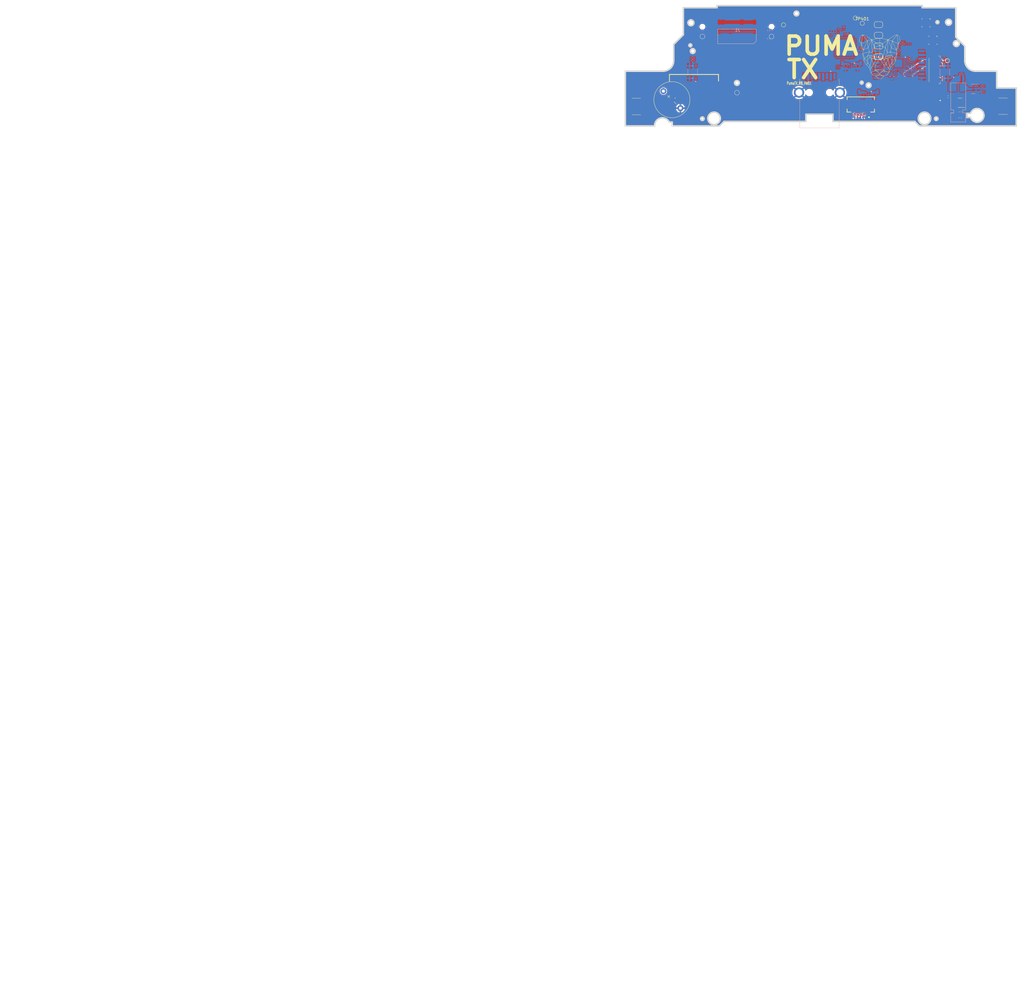
<source format=kicad_pcb>
(kicad_pcb (version 20240108) (generator "pcbnew") (generator_version "8.0")
  (layers (0 "F.Cu" signal) (1 "In1.Cu" power) (2 "In2.Cu" power) (31 "B.Cu" signal) (34 "B.Paste" user) (35 "F.Paste" user) (36 "B.SilkS" user "B.Silkscreen") (37 "F.SilkS" user "F.Silkscreen") (38 "B.Mask" user) (39 "F.Mask" user) (44 "Edge.Cuts" user))
  (net 0 "")
  (net 1 "GND")
  (net 2 "+3V3")
  (net 3 "/PUMATX_CHIP_PU")
  (net 4 "/PUMATX_SDA")
  (net 5 "/PUMATX_SCL")
  (net 6 "/ELRS_CHIP_PU")
  (net 7 "/DISPLAY_SDA")
  (net 8 "/DISPLAY_SCL")
  (net 9 "/AUX_EN")
  (net 14 "/LEFT_POT")
  (net 19 "/SPORT")
  (net 23 "/RIGHT_POT")
  (net 24 "VBUS")
  (net 25 "/PUMATX_GPIO0")
  (net 26 "/ELRS_GPIO0")
  (net 27 "/C1")
  (net 28 "/C2")
  (net 29 "/V_PA")
  (net 30 "/V_DCC")
  (net 31 "/BATTERY_WHITE")
  (net 32 "-3V3")
  (net 33 "/TX_ELRS_DEBUG")
  (net 34 "/RX_ELRS_DEBUG")
  (net 35 "/TX_PUMATX_DEBUG")
  (net 36 "/RX_PUMATX_DEBUG")
  (net 37 "/V_DCC2")
  (net 38 "/RIGHT")
  (net 39 "/LEFT")
  (net 40 "/UP")
  (net 41 "/DOWN")
  (net 42 "/ON_OFF")
  (net 43 "/BUZZER_PWM")
  (net 44 "/FAN_PWM")
  (net 45 "/HAPTIC_PWM")
  (net 46 "/CRSF")
  (net 47 "/RECORD")
  (net 48 "/LED")
  (net 49 "/DISPLAY_BACKLIGHT")
  (net 50 "/OK")
  (net 51 "/PAUSE")
  (net 52 "/RTH")
  (net 53 "/PHOTO")
  (net 61 "/TX_EN")
  (net 62 "/RX_EN")
  (net 63 "/NRESET")
  (net 66 "/DIO2")
  (net 67 "/DIO1")
  (net 76 "/NSS")
  (net 77 "/SCK")
  (net 78 "/MOSI")
  (net 79 "/MISO")
  (net 81 "/BUSY")
  (net 82 "/XTA")
  (net 85 "/XTB")
  (net 88 "/BATTERY_TEMP")
  (net 90 "Net-(J104-SSRX-)")
  (net 91 "/D+")
  (net 92 "/D-")
  (net 93 "/SX1280_3V3")
  (net 94 "/FAN_LS")
  (net 95 "/HAPTIC_LS")
  (net 96 "/HAPTIC_G")
  (net 97 "/FAN_G")
  (net 98 "/DISPLAY_DECOUPLE_2")
  (net 99 "/VBAT")
  (net 100 "Net-(J104-D+)")
  (net 101 "/VSYS")
  (net 102 "Net-(J104-SSRX+)")
  (net 103 "/VDD_SDIO_ELRS")
  (net 104 "/50_ESP_ELRS_ANT_2")
  (net 105 "/50_ESP_ELRS_ANT_1")
  (net 106 "/50_ELRS_ANT_1")
  (net 107 "/50_ELRS_ANT_2")
  (net 108 "/50_ELRS_ANT_3")
  (net 109 "/50_ELRS_ANT_4")
  (net 110 "/DISPLAY_DECOUPLE_1")
  (net 111 "Net-(J104-D-)")
  (net 112 "Net-(U410-NSS_CTS)")
  (net 113 "Net-(U410-SCK_RSTN)")
  (net 114 "Net-(U410-MOSI_RX)")
  (net 115 "Net-(U410-MISO_TX)")
  (net 116 "Net-(U410-NRESET)")
  (footprint "Capacitor_SMD:C_0402_1005Metric" (layer "F.Cu") (at 160.92 120.4)
    (property "Reference" "C102" (hide yes))
    (property "Value" "1n")
  )
  (footprint "Component_lib:u.fl" (layer "F.Cu") (at 181.4 88.9 -90)
    (property "Reference" "J400" (hide yes))
    (property "Value" "U.FL-R-SMT-1_40_")
  )
  (footprint "Capacitor_SMD:C_0201_0603Metric" (layer "F.Cu") (at 129.8 94.3 90)
    (property "Reference" "R302" (hide yes))
    (property "Value" "2k2")
  )
  (footprint "Component_lib:GL200A_BUZZER" (layer "F.Cu") (at 96.871573 114.471573 -45)
    (property "Reference" "BZ100" (hide yes))
    (property "Value" "Buzzer")
  )
  (footprint "Jumper:SolderJumper-2_P1.3mm_Open_RoundedPad1.0x1.5mm" (layer "F.Cu") (at 165.6 93.05)
    (property "Reference" "JP2" (hide yes))
    (property "Value" "Jumper_2_Small_Open")
  )
  (footprint "Jumper:SolderJumper-2_P1.3mm_Open_RoundedPad1.0x1.5mm" (layer "F.Cu") (at 165.6 89.5)
    (property "Reference" "JP1" (hide yes))
    (property "Value" "Jumper_2_Small_Open")
  )
  (footprint "Jumper:SolderJumper-2_P1.3mm_Open_RoundedPad1.0x1.5mm" (layer "F.Cu") (at 165.6 96.6)
    (property "Reference" "JP3" (hide yes))
    (property "Value" "Jumper_2_Small_Open")
  )
  (footprint "Component_lib:FH12-12S-0.5SH_55_" (layer "F.Cu") (at 159.7 118.6 180)
    (property "Reference" "J101" (hide yes))
    (property "Value" "FH12-12S-0.5SH_55_" (hide yes))
  )
  (footprint "Capacitor_SMD:C_0402_1005Metric" (layer "F.Cu") (at 192.75 120.5 -90)
    (property "Reference" "R140" (hide yes))
    (property "Value" "10k")
  )
  (footprint "Component_lib:S1GHE" (layer "F.Cu") (at 188.25 114.75)
    (property "Reference" "D140" (hide yes))
    (property "Value" "S1GHE" (hide yes))
  )
  (footprint "Component_lib:FH12A26S05SH55" (layer "F.Cu") (at 104.2 109.5)
    (property "Reference" "J100" (hide yes))
    (property "Value" "FH12A-26S-0.5SH_55_" (hide yes))
  )
  (footprint "TestPoint:TestPoint_Pad_D1.0mm" (layer "F.Cu") (at 134 89.6)
    (property "Reference" "TP302" (hide yes))
    (property "Value" "CRSF")
  )
  (footprint "Component_lib:533980667" (layer "F.Cu") (at 184.25 104.575 90)
    (property "Reference" "J105" (hide yes))
    (property "Value" "53398-0667" (hide yes))
  )
  (footprint "Capacitor_SMD:C_0201_0603Metric" (layer "F.Cu") (at 129.8 91.48 -90)
    (property "Reference" "R301" (hide yes))
    (property "Value" "2k2")
  )
  (footprint "Component_lib:5003340160" (layer "F.Cu") (at 85.05 116.75 90)
    (property "Reference" "J102" (hide yes))
    (property "Value" "500334-0160" (hide yes))
  )
  (footprint "Component_lib:SM02B-SURS-TF" (layer "F.Cu") (at 188.45 117.05)
    (property "Reference" "M140" (hide yes))
    (property "Value" "Fan")
  )
  (footprint "Jumper:SolderJumper-2_P1.3mm_Open_RoundedPad1.0x1.5mm" (layer "F.Cu") (at 165.6 100.15)
    (property "Reference" "JP4" (hide yes))
    (property "Value" "Jumper_2_Small_Open")
  )
  (footprint "Package_TO_SOT_SMD:SOT-23" (layer "F.Cu") (at 192.6875 115.5 180)
    (property "Reference" "Q140" (hide yes))
    (property "Value" "ZXMN3B01F")
  )
  (footprint "Component_lib:u.fl" (layer "F.Cu") (at 183.7 94.7 -90)
    (property "Reference" "J410" (hide yes))
    (property "Value" "U.FL-R-SMT-1_40_")
  )
  (footprint "TestPoint:TestPoint_Pad_D1.0mm" (layer "F.Cu") (at 188.5 101.5)
    (property "Reference" "TP105" (hide yes))
    (property "Value" "BAT_WHITE")
  )
  (footprint "Component_lib:5003340160" (layer "F.Cu") (at 207.05 116.65 90)
    (property "Reference" "J103" (hide yes))
    (property "Value" "500334-0160" (hide yes))
  )
  (footprint "Component_lib:puma_logo_14mm" (layer "F.Cu") (at 166 100.2)
    (property "Reference" "G***" (hide yes))
    (property "Value" "LOGO" (hide yes))
  )
  (footprint "TestPoint:TestPoint_Pad_D1.0mm" (layer "F.Cu") (at 157.9 87.3)
    (property "Reference" "TP400" (hide yes))
    (property "Value" "ELRS_CHIP_PU")
  )
  (footprint "TestPoint:TestPoint_Pad_D1.0mm" (layer "F.Cu") (at 160.2 89.05)
    (property "Reference" "TP401")
    (property "Value" "VDD_SDIO")
  )
  (footprint "Capacitor_SMD:C_0402_1005Metric" (layer "F.Cu") (at 157.22 120.4)
    (property "Reference" "C101" (hide yes))
    (property "Value" "2n2")
  )
  (footprint "Capacitor_SMD:C_0402_1005Metric" (layer "F.Cu") (at 129.1 91.48 90)
    (property "Reference" "C301" (hide yes))
    (property "Value" "15u")
  )
  (footprint "Capacitor_SMD:C_0402_1005Metric" (layer "F.Cu") (at 188.73 113.5 180)
    (property "Reference" "C140" (hide yes))
    (property "Value" "100n")
  )
  (footprint "Capacitor_SMD:C_0402_1005Metric" (layer "F.Cu") (at 192.75 118.52 -90)
    (property "Reference" "R141" (hide yes))
    (property "Value" "180")
  )
  (footprint "Capacitor_SMD:C_0402_1005Metric" (layer "F.Cu") (at 159.08 120.4 180)
    (property "Reference" "C103" (hide yes))
    (property "Value" "15u")
  )
  (footprint "Capacitor_SMD:C_0402_1005Metric" (layer "F.Cu") (at 129.1 94.2 -90)
    (property "Reference" "C302" (hide yes))
    (property "Value" "15u")
  )
  (footprint "Component_lib:FH12A26S05SH55" (layer "F.Cu") (at 104.2 109.5)
    (property "Reference" "J100" (hide yes))
    (property "Value" "FH12A-26S-0.5SH_55_" (hide yes))
  )
  (footprint "Capacitor_SMD:C_0402_1005Metric" (layer "B.Cu") (at 172.445 98.1 90)
    (property "Reference" "L411" (hide yes))
    (property "Value" "3n")
  )
  (footprint "Capacitor_SMD:C_0201_0603Metric" (layer "B.Cu") (at 167.695 100.25 180)
    (property "Reference" "R410" (hide yes))
    (property "Value" "1k")
  )
  (footprint "Component_lib:GL200A_HAPTIC_MOTOR" (layer "B.Cu") (at 189.595 108.895)
    (property "Reference" "M130" (hide yes))
    (property "Value" "Motor_DC")
  )
  (footprint "Component_lib:S1GHE" (layer "B.Cu") (at 192.691 107.05)
    (property "Reference" "D130" (hide yes))
    (property "Value" "S1GHE" (hide yes))
  )
  (footprint "Component_lib:SKRPABE010" (layer "B.Cu") (at 103.8 105.3 90)
    (property "Reference" "S110" (hide yes))
    (property "Value" "SKRPABE010" (hide yes))
  )
  (footprint "Package_TO_SOT_SMD:SOT-23" (layer "B.Cu") (at 197.1 110.9 180)
    (property "Reference" "Q130" (hide yes))
    (property "Value" "ZXMN3B01F")
  )
  (footprint "Capacitor_SMD:C_0201_0603Metric" (layer "B.Cu") (at 167.695 102.05 180)
    (property "Reference" "R413" (hide yes))
    (property "Value" "1k")
  )
  (footprint "Capacitor_SMD:C_0201_0603Metric" (layer "B.Cu") (at 151.75 103.65 90)
    (property "Reference" "R512" (hide yes))
    (property "Value" "0")
  )
  (footprint "Capacitor_SMD:C_0402_1005Metric" (layer "B.Cu") (at 171.445 106.75 -90)
    (property "Reference" "C418" (hide yes))
    (property "Value" "100n")
  )
  (footprint "Capacitor_SMD:C_0402_1005Metric" (layer "B.Cu") (at 161.15 94.2 -90)
    (property "Reference" "C401" (hide yes))
    (property "Value" "1u")
  )
  (footprint "Capacitor_SMD:C_0402_1005Metric" (layer "B.Cu") (at 200.2 111.8 180)
    (property "Reference" "R130" (hide yes))
    (property "Value" "10k")
  )
  (footprint "Capacitor_SMD:C_0805_2012Metric" (layer "B.Cu") (at 168.345 105.1 90)
    (property "Reference" "L414" (hide yes))
    (property "Value" "15u")
  )
  (footprint "Capacitor_SMD:C_0201_0603Metric" (layer "B.Cu") (at 173.645 95.2)
    (property "Reference" "C414" (hide yes))
    (property "Value" "0p5")
  )
  (footprint "Component_lib:PSoM_ESP32S2_00" (layer "B.Cu") (at 118.52 93.45)
    (property "Reference" "J1")
    (property "Value" "PSoM_ESP32S2_Carrier_Board")
    (fp_circle (center -11.5 0) (end -10.700001 0) (stroke (width 0.12)) (fill none) (layer "Edge.Cuts"))
    (fp_circle (center 0 18.7) (end 0.8 18.7) (stroke (width 0.12)) (fill none) (layer "Edge.Cuts"))
    (fp_circle (center 11.5 0) (end 12.299999 0) (stroke (width 0.12)) (fill none) (layer "Edge.Cuts"))
  )
  (footprint "Capacitor_SMD:C_0201_0603Metric" (layer "B.Cu") (at 152.45 103.65 90)
    (property "Reference" "R511" (hide yes))
    (property "Value" "0")
  )
  (footprint "Capacitor_SMD:C_0402_1005Metric" (layer "B.Cu") (at 187.5 100.8 180)
    (property "Reference" "C120" (hide yes))
    (property "Value" "100n")
  )
  (footprint "Capacitor_SMD:C_0603_1608Metric" (layer "B.Cu") (at 169.995 106.75 -90)
    (property "Reference" "C419" (hide yes))
    (property "Value" "470n")
  )
  (footprint "Capacitor_SMD:C_0201_0603Metric" (layer "B.Cu") (at 174.845 95.65 90)
    (property "Reference" "C412" (hide yes))
    (property "Value" "1p2")
  )
  (footprint "Capacitor_SMD:C_0402_1005Metric" (layer "B.Cu") (at 175.895 100.5)
    (property "Reference" "C415" (hide yes))
    (property "Value" "10n")
  )
  (footprint "Capacitor_SMD:C_0603_1608Metric" (layer "B.Cu") (at 160.25 112.85 -90)
    (property "Reference" "C530" (hide yes))
    (property "Value" "2u2")
  )
  (footprint "Component_lib:ESP32-PICO-D4_1" (layer "B.Cu") (at 154.5 97.15 -90)
    (property "Reference" "U400" (hide yes))
    (property "Value" "ESP32-PICO-D4" (hide yes))
  )
  (footprint "Component_lib:SKRPABE010" (layer "B.Cu") (at 187.65 105.3 -90)
    (property "Reference" "S120" (hide yes))
    (property "Value" "SKRPABE010" (hide yes))
  )
  (footprint "Capacitor_SMD:C_0402_1005Metric" (layer "B.Cu") (at 160.6 119.7 -90)
    (property "Reference" "C304" (hide yes))
    (property "Value" "15u")
  )
  (footprint "Capacitor_SMD:C_0201_0603Metric" (layer "B.Cu") (at 159.6 119.7 90)
    (property "Reference" "R304" (hide yes))
    (property "Value" "2k2")
  )
  (footprint "Capacitor_SMD:C_0201_0603Metric" (layer "B.Cu") (at 175.845 95.95)
    (property "Reference" "C413" (hide yes))
    (property "Value" "100p")
  )
  (footprint "Component_lib:SON40P120X120X60-7N-D" (layer "B.Cu") (at 156.65 103.325 180)
    (property "Reference" "U520" (hide yes))
    (property "Value" "MIC5528-3.3YMT-T5" (hide yes))
  )
  (footprint "Capacitor_SMD:C_0402_1005Metric" (layer "B.Cu") (at 173.645 95.95)
    (property "Reference" "L412" (hide yes))
    (property "Value" "2n5")
  )
  (footprint "Capacitor_SMD:C_0402_1005Metric" (layer "B.Cu") (at 103.8 100.6)
    (property "Reference" "C110" (hide yes))
    (property "Value" "100n")
  )
  (footprint "Capacitor_SMD:C_0603_1608Metric" (layer "B.Cu") (at 154.65 103.325 -90)
    (property "Reference" "C520" (hide yes))
    (property "Value" "2u2")
  )
  (footprint "Capacitor_SMD:C_0201_0603Metric" (layer "B.Cu") (at 167.695 100.85 180)
    (property "Reference" "R411" (hide yes))
    (property "Value" "1k")
  )
  (footprint "Component_lib:SON40P120X120X60-7N-D" (layer "B.Cu") (at 162.25 112.825 180)
    (property "Reference" "U530" (hide yes))
    (property "Value" "MIC5528-3.3YMT-T5" (hide yes))
  )
  (footprint "Capacitor_SMD:C_0402_1005Metric" (layer "B.Cu") (at 103.8 101.5)
    (property "Reference" "R110" (hide yes))
    (property "Value" "4k7")
  )
  (footprint "Capacitor_SMD:C_0402_1005Metric" (layer "B.Cu") (at 200.2 110)
    (property "Reference" "R131" (hide yes))
    (property "Value" "180")
  )
  (footprint "Capacitor_SMD:C_0402_1005Metric" (layer "B.Cu") (at 149.8 92.65 90)
    (property "Reference" "C450" (hide yes))
    (property "Value" "100n")
  )
  (footprint "Capacitor_SMD:C_0402_1005Metric" (layer "B.Cu") (at 159.7 97.75 -90)
    (property "Reference" "C451" (hide yes))
    (property "Value" "1u")
  )
  (footprint "Capacitor_SMD:C_0603_1608Metric" (layer "B.Cu") (at 164.25 112.85 -90)
    (property "Reference" "C531" (hide yes))
    (property "Value" "2u2")
  )
  (footprint "Capacitor_SMD:C_0201_0603Metric" (layer "B.Cu") (at 151.9 92.05 180)
    (property "Reference" "C406" (hide yes))
    (property "Value" "C")
  )
  (footprint "Capacitor_SMD:C_0402_1005Metric" (layer "B.Cu") (at 152.75 91.1 180)
    (property "Reference" "L400" (hide yes))
    (property "Value" "L")
  )
  (footprint "Capacitor_SMD:C_0402_1005Metric" (layer "B.Cu") (at 167.845 102.8 180)
    (property "Reference" "C420" (hide yes))
    (property "Value" "100n")
  )
  (footprint "Capacitor_SMD:C_0402_1005Metric" (layer "B.Cu") (at 154.9 92.75)
    (property "Reference" "C452" (hide yes))
    (property "Value" "10u")
  )
  (footprint "Capacitor_SMD:C_0402_1005Metric" (layer "B.Cu") (at 193.15 105.85 180)
    (property "Reference" "C130" (hide yes))
    (property "Value" "100n")
  )
  (footprint "Component_lib:NX2016SA32MEXS00ACS06465" (layer "B.Cu") (at 176.095 104.05 90)
    (property "Reference" "Y410" (hide yes))
    (property "Value" "NX2016SA-52MHZ-EXS00A-CS06016" (hide yes))
  )
  (footprint "Capacitor_SMD:C_0402_1005Metric" (layer "B.Cu") (at 187.5 101.9 180)
    (property "Reference" "R120" (hide yes))
    (property "Value" "4k7")
  )
  (footprint "Capacitor_SMD:C_0402_1005Metric" (layer "B.Cu") (at 157.6 119.7 -90)
    (property "Reference" "C303" (hide yes))
    (property "Value" "15u")
  )
  (footprint "Capacitor_SMD:C_0201_0603Metric" (layer "B.Cu") (at 158.6 119.7 90)
    (property "Reference" "R303" (hide yes))
    (property "Value" "2k2")
  )
  (footprint "Capacitor_SMD:C_0201_0603Metric" (layer "B.Cu") (at 167.695 101.45 180)
    (property "Reference" "R412" (hide yes))
    (property "Value" "1k")
  )
  (footprint "Capacitor_SMD:C_0201_0603Metric" (layer "B.Cu") (at 160.15 94.2 90)
    (property "Reference" "R401" (hide yes))
    (property "Value" "10k")
  )
  (footprint "Capacitor_SMD:C_0201_0603Metric" (layer "B.Cu") (at 176.995 102.1 180)
    (property "Reference" "R414" (hide yes))
    (property "Value" "1k")
  )
  (footprint "Capacitor_SMD:C_0201_0603Metric" (layer "B.Cu") (at 154.1 90.75 90)
    (property "Reference" "C407" (hide yes))
    (property "Value" "C")
  )
  (footprint "Capacitor_SMD:C_0603_1608Metric" (layer "B.Cu") (at 158.65 103.3 -90)
    (property "Reference" "C521" (hide yes))
    (property "Value" "2u2")
  )
  (footprint "Capacitor_SMD:C_0402_1005Metric" (layer "B.Cu") (at 175.895 101.4)
    (property "Reference" "C416" (hide yes))
    (property "Value" "10n")
  )
  (footprint "Capacitor_SMD:C_0201_0603Metric" (layer "B.Cu") (at 172.095 96.85 180)
    (property "Reference" "C411" (hide yes))
    (property "Value" "1p2")
  )
  (footprint "Component_lib:QFN50P400X400X100-25N-D" (layer "B.Cu") (at 172.195 102.35 180)
    (property "Reference" "U410" (hide yes))
    (property "Value" "SX1280" (hide yes))
  )
  (footprint "Component_lib:692122030100" (layer "B.Cu") (at 145.95 112.1 180)
    (property "Reference" "J104" (hide yes))
    (property "Value" "692122030100" (hide yes))
  )
  (footprint "Capacitor_SMD:C_0201_0603Metric" (layer "B.Cu") (at 172.095 99.35 180)
    (property "Reference" "C410" (hide yes))
    (property "Value" "0p8")
  )
  (footprint "Component_lib:E28-2G4M27S" (layer "B.Cu") (at 164.945 109.9)
    (property "Reference" "U402" (hide yes))
    (property "Value" "E28-2G4M27S")
  )
  (gr_line (start 180.1 83.2) (end 111.9 83.2) (stroke (width 0.5)) (layer "Edge.Cuts"))
  (gr_line (start 97 123.2) (end 97 121.9) (stroke (width 0.5)) (layer "Edge.Cuts"))
  (gr_line (start 81.4 105) (end 81.4 123.2) (stroke (width 0.5)) (layer "Edge.Cuts"))
  (gr_circle (center 138.3 85.8) (end 139.1 85.8) (stroke (width 0.5)) (fill none) (layer "Edge.Cuts"))
  (gr_arc (start 97.5 101.5) (mid 96.474856 103.974836) (end 94 105) (stroke (width 0.5)) (layer "Edge.Cuts"))
  (gr_line (start 194.3 96.7) (end 191.3 93.7) (stroke (width 0.5)) (layer "Edge.Cuts"))
  (gr_circle (center 107 120.8) (end 107.6 120.8) (stroke (width 0.5)) (fill none) (layer "Edge.Cuts"))
  (gr_line (start 150.45 119.3) (end 141.45 119.3) (stroke (width 0.5)) (layer "Edge.Cuts"))
  (gr_circle (center 188.9 88.7) (end 189.9 88.7) (stroke (width 0.5)) (fill none) (layer "Edge.Cuts"))
  (gr_arc (start 196.20911 119) (mid 200.700026 119.699908) (end 196.20911 120.4) (stroke (width 0.5)) (layer "Edge.Cuts"))
  (gr_line (start 97 121.9) (end 96 121.9) (stroke (width 0.5)) (layer "Edge.Cuts"))
  (gr_circle (center 103.2 88.9) (end 104.2 88.9) (stroke (width 0.5)) (fill none) (layer "Edge.Cuts"))
  (gr_circle (center 185.2 88.7) (end 185.7 88.7) (stroke (width 0.5)) (fill none) (layer "Edge.Cuts"))
  (gr_circle (center 118.5 108.9) (end 119.3 108.9) (stroke (width 0.5)) (fill none) (layer "Edge.Cuts"))
  (gr_circle (center 160 108.8) (end 160.5 108.8) (stroke (width 0.5)) (fill none) (layer "Edge.Cuts"))
  (gr_line (start 191.3 93.7) (end 191.3 83.9) (stroke (width 0.5)) (layer "Edge.Cuts"))
  (gr_circle (center 162.3 109.7) (end 163.1 109.7) (stroke (width 0.5)) (fill none) (layer "Edge.Cuts"))
  (gr_line (start 211.4 123.2) (end 179.2 123.2) (stroke (width 0.5)) (layer "Edge.Cuts"))
  (gr_line (start 211.4 110.6) (end 211.4 123.2) (stroke (width 0.5)) (layer "Edge.Cuts"))
  (gr_line (start 204.9 110.6) (end 204.9 105) (stroke (width 0.5)) (layer "Edge.Cuts"))
  (gr_line (start 111.9 83.9) (end 100.7 83.9) (stroke (width 0.5)) (layer "Edge.Cuts"))
  (gr_line (start 141.45 121.7) (end 114.2 121.7) (stroke (width 0.5)) (layer "Edge.Cuts"))
  (gr_line (start 100.7 83.9) (end 100.7 92.9) (stroke (width 0.5)) (layer "Edge.Cuts"))
  (gr_line (start 141.45 119.3) (end 141.45 121.7) (stroke (width 0.5)) (layer "Edge.Cuts"))
  (gr_line (start 81.4 105) (end 94 105) (stroke (width 0.5)) (layer "Edge.Cuts"))
  (gr_line (start 196.20911 119) (end 195 119) (stroke (width 0.5)) (layer "Edge.Cuts"))
  (gr_line (start 195 120.4) (end 196.20911 120.4) (stroke (width 0.5)) (layer "Edge.Cuts"))
  (gr_line (start 191.3 83.9) (end 180.1 83.9) (stroke (width 0.5)) (layer "Edge.Cuts"))
  (gr_line (start 112.7 123.2) (end 97 123.2) (stroke (width 0.5)) (layer "Edge.Cuts"))
  (gr_line (start 150.45 121.7) (end 150.45 119.3) (stroke (width 0.5)) (layer "Edge.Cuts"))
  (gr_circle (center 103 96.4) (end 103.5 96.4) (stroke (width 0.5)) (fill none) (layer "Edge.Cuts"))
  (gr_line (start 97.5 96.1) (end 97.5 101.5) (stroke (width 0.5)) (layer "Edge.Cuts"))
  (gr_arc (start 197.8 105) (mid 195.325123 103.974869) (end 194.3 101.5) (stroke (width 0.5)) (layer "Edge.Cuts"))
  (gr_circle (center 180.9 120.7) (end 183 120.7) (stroke (width 0.5)) (fill none) (layer "Edge.Cuts"))
  (gr_line (start 111.9 83.2) (end 111.9 83.9) (stroke (width 0.5)) (layer "Edge.Cuts"))
  (gr_line (start 177.7 121.7) (end 150.45 121.7) (stroke (width 0.5)) (layer "Edge.Cuts"))
  (gr_line (start 81.4 123.2) (end 91.1 123.2) (stroke (width 0.5)) (layer "Edge.Cuts"))
  (gr_line (start 179.2 123.2) (end 177.7 121.7) (stroke (width 0.5)) (layer "Edge.Cuts"))
  (gr_line (start 114.2 121.7) (end 112.7 123.2) (stroke (width 0.5)) (layer "Edge.Cuts"))
  (gr_line (start 204.9 105) (end 197.8 105) (stroke (width 0.5)) (layer "Edge.Cuts"))
  (gr_line (start 195 119) (end 195 120.4) (stroke (width 0.5)) (layer "Edge.Cuts"))
  (gr_line (start 100.7 92.9) (end 97.5 96.1) (stroke (width 0.5)) (layer "Edge.Cuts"))
  (gr_circle (center 103.8 98.3) (end 104.6 98.3) (stroke (width 0.5)) (fill none) (layer "Edge.Cuts"))
  (gr_circle (center 110.9 120.7) (end 113 120.7) (stroke (width 0.5)) (fill none) (layer "Edge.Cuts"))
  (gr_circle (center 184.8 120.8) (end 185.4 120.8) (stroke (width 0.5)) (fill none) (layer "Edge.Cuts"))
  (gr_arc (start 91.1 123.2) (mid 93.029189 120.586849) (end 96 121.9) (stroke (width 0.5)) (layer "Edge.Cuts"))
  (gr_line (start 180.1 83.9) (end 180.1 83.2) (stroke (width 0.5)) (layer "Edge.Cuts"))
  (gr_line (start 194.3 101.5) (end 194.3 96.7) (stroke (width 0.5)) (layer "Edge.Cuts"))
  (gr_line (start 211.4 110.6) (end 204.9 110.6) (stroke (width 0.5)) (layer "Edge.Cuts"))
  (gr_circle (center 191.5 95.8) (end 192.5 95.8) (stroke (width 0.5)) (fill none) (layer "Edge.Cuts"))
  (gr_text "TX" (at 140.4 104.4 0) (layer "F.SilkS") (effects (font (size 6 6) (thickness 1.2))))
  (gr_text "PUMA" (at 146.6 96.6 0) (layer "F.SilkS") (effects (font (size 6 6) (thickness 1.2))))
  (gr_text "PumaTX_MB_HW01" (at 139.2 109 0) (layer "F.SilkS") (effects (font (size 1 0.6))))
  (segment (start 174.145 101.1) (end 174.815 101.1) (width 0.25) (layer "B.Cu") (net 29))
  (segment (start 174.815 101.1) (end 175.415 100.5) (width 0.25) (layer "B.Cu") (net 29))
  (segment (start 169.92 106.05) (end 169.995 105.975) (width 0.25) (layer "B.Cu") (net 30))
  (segment (start 168.345 106.05) (end 169.92 106.05) (width 0.25) (layer "B.Cu") (net 30))
  (segment (start 175.415 101.4) (end 175.215 101.6) (width 0.25) (layer "B.Cu") (net 30))
  (segment (start 169.995 105.25) (end 170.945 104.3) (width 0.25) (layer "B.Cu") (net 30))
  (segment (start 169.995 105.975) (end 169.995 105.25) (width 0.25) (layer "B.Cu") (net 30))
  (segment (start 175.215 101.6) (end 174.145 101.6) (width 0.25) (layer "B.Cu") (net 30))
  (segment (start 170.245 103.1) (end 169.395 103.1) (width 0.25) (layer "B.Cu") (net 37))
  (segment (start 169.395 103.1) (end 168.345 104.15) (width 0.25) (layer "B.Cu") (net 37))
  (segment (start 178.555 100.86) (end 179.945 100.86) (width 0.25) (layer "B.Cu") (net 63))
  (segment (start 177.315 102.1) (end 178.555 100.86) (width 0.25) (layer "B.Cu") (net 63))
  (segment (start 178.73 104.67) (end 178.49 104.91) (width 0.25) (layer "B.Cu") (net 66))
  (segment (start 179.945 104.67) (end 178.73 104.67) (width 0.25) (layer "B.Cu") (net 66))
  (segment (start 172.445 104.795) (end 172.445 104.3) (width 0.25) (layer "B.Cu") (net 66))
  (segment (start 178.49 105.571665) (end 177.531665 106.53) (width 0.25) (layer "B.Cu") (net 66))
  (segment (start 178.49 104.91) (end 178.49 105.571665) (width 0.25) (layer "B.Cu") (net 66))
  (segment (start 177.531665 106.53) (end 174.18 106.53) (width 0.25) (layer "B.Cu") (net 66))
  (segment (start 174.18 106.53) (end 172.445 104.795) (width 0.25) (layer "B.Cu") (net 66))
  (segment (start 174.359168 106.19) (end 177.390833 106.19) (width 0.25) (layer "B.Cu") (net 67))
  (segment (start 172.945 104.3) (end 172.945 104.775832) (width 0.25) (layer "B.Cu") (net 67))
  (segment (start 177.390833 106.19) (end 178.15 105.430833) (width 0.25) (layer "B.Cu") (net 67))
  (segment (start 178.95 103.4) (end 179.945 103.4) (width 0.25) (layer "B.Cu") (net 67))
  (segment (start 178.15 104.2) (end 178.95 103.4) (width 0.25) (layer "B.Cu") (net 67))
  (segment (start 172.945 104.775832) (end 174.359168 106.19) (width 0.25) (layer "B.Cu") (net 67))
  (segment (start 178.15 105.430833) (end 178.15 104.2) (width 0.25) (layer "B.Cu") (net 67))
  (segment (start 166.85 100.25) (end 167.375 100.25) (width 0.2) (layer "B.Cu") (net 76))
  (segment (start 164.945 100.86) (end 166.24 100.86) (width 0.2) (layer "B.Cu") (net 76))
  (segment (start 166.24 100.86) (end 166.85 100.25) (width 0.2) (layer "B.Cu") (net 76))
  (segment (start 164.945 102.13) (end 165.67 102.13) (width 0.2) (layer "B.Cu") (net 77))
  (segment (start 166.95 100.85) (end 167.375 100.85) (width 0.2) (layer "B.Cu") (net 77))
  (segment (start 165.67 102.13) (end 166.95 100.85) (width 0.2) (layer "B.Cu") (net 77))
  (segment (start 167.375 101.45) (end 167.05 101.45) (width 0.2) (layer "B.Cu") (net 78))
  (segment (start 167.05 101.45) (end 166.3 102.2) (width 0.2) (layer "B.Cu") (net 78))
  (segment (start 166.3 102.2) (end 166.3 102.65) (width 0.2) (layer "B.Cu") (net 78))
  (segment (start 166.3 102.65) (end 165.55 103.4) (width 0.2) (layer "B.Cu") (net 78))
  (segment (start 165.55 103.4) (end 164.945 103.4) (width 0.2) (layer "B.Cu") (net 78))
  (segment (start 164.945 104.67) (end 165.455 104.67) (width 0.2) (layer "B.Cu") (net 79))
  (segment (start 166.25 103.25) (end 166.7 102.8) (width 0.2) (layer "B.Cu") (net 79))
  (segment (start 166.7 102.8) (end 166.7 102.45) (width 0.2) (layer "B.Cu") (net 79))
  (segment (start 165.455 104.67) (end 166.25 103.875) (width 0.2) (layer "B.Cu") (net 79))
  (segment (start 166.25 103.875) (end 166.25 103.25) (width 0.2) (layer "B.Cu") (net 79))
  (segment (start 167.1 102.05) (end 167.375 102.05) (width 0.2) (layer "B.Cu") (net 79))
  (segment (start 166.7 102.45) (end 167.1 102.05) (width 0.2) (layer "B.Cu") (net 79))
  (segment (start 179.945 102.13) (end 178.47 102.13) (width 0.25) (layer "B.Cu") (net 81))
  (segment (start 177.8 105.3) (end 177.25 105.85) (width 0.25) (layer "B.Cu") (net 81))
  (segment (start 178.47 102.13) (end 177.8 102.8) (width 0.25) (layer "B.Cu") (net 81))
  (segment (start 173.445 104.795) (end 173.445 104.3) (width 0.25) (layer "B.Cu") (net 81))
  (segment (start 177.25 105.85) (end 174.5 105.85) (width 0.25) (layer "B.Cu") (net 81))
  (segment (start 174.5 105.85) (end 173.445 104.795) (width 0.25) (layer "B.Cu") (net 81))
  (segment (start 177.8 102.8) (end 177.8 105.3) (width 0.25) (layer "B.Cu") (net 81))
  (segment (start 176.15 102.6) (end 176.62 103.07) (width 0.25) (layer "B.Cu") (net 82))
  (segment (start 174.145 102.6) (end 176.15 102.6) (width 0.25) (layer "B.Cu") (net 82))
  (segment (start 176.62 103.07) (end 176.62 103.375) (width 0.25) (layer "B.Cu") (net 82))
  (segment (start 174.2 103.6) (end 175.325 104.725) (width 0.25) (layer "B.Cu") (net 85))
  (segment (start 174.145 103.6) (end 174.2 103.6) (width 0.25) (layer "B.Cu") (net 85))
  (segment (start 175.325 104.725) (end 175.57 104.725) (width 0.25) (layer "B.Cu") (net 85))
  (segment (start 167.3 103.4) (end 167.9 103.4) (width 0.25) (layer "B.Cu") (net 93))
  (segment (start 166.8 106.35) (end 166.8 103.9) (width 0.25) (layer "B.Cu") (net 93))
  (segment (start 166.8 103.9) (end 167.3 103.4) (width 0.25) (layer "B.Cu") (net 93))
  (segment (start 171.445 106.27) (end 171.445 104.3) (width 0.25) (layer "B.Cu") (net 93))
  (segment (start 167.9 103.4) (end 168.325 102.975) (width 0.25) (layer "B.Cu") (net 93))
  (segment (start 170.245 102.6) (end 168.525 102.6) (width 0.25) (layer "B.Cu") (net 93))
  (segment (start 164.945 107.21) (end 165.94 107.21) (width 0.25) (layer "B.Cu") (net 93))
  (segment (start 168.325 102.975) (end 168.325 102.8) (width 0.25) (layer "B.Cu") (net 93))
  (segment (start 168.525 102.6) (end 168.325 102.8) (width 0.25) (layer "B.Cu") (net 93))
  (segment (start 165.94 107.21) (end 166.8 106.35) (width 0.25) (layer "B.Cu") (net 93))
  (segment (start 168.165 100.4) (end 168.015 100.25) (width 0.2) (layer "B.Cu") (net 112))
  (segment (start 170.945 100.4) (end 168.165 100.4) (width 0.2) (layer "B.Cu") (net 112))
  (segment (start 168.5 100.85) (end 168.015 100.85) (width 0.2) (layer "B.Cu") (net 113))
  (segment (start 170.245 101.1) (end 168.75 101.1) (width 0.2) (layer "B.Cu") (net 113))
  (segment (start 168.75 101.1) (end 168.5 100.85) (width 0.2) (layer "B.Cu") (net 113))
  (segment (start 168.5 101.45) (end 168.015 101.45) (width 0.2) (layer "B.Cu") (net 114))
  (segment (start 170.245 101.6) (end 168.65 101.6) (width 0.2) (layer "B.Cu") (net 114))
  (segment (start 168.65 101.6) (end 168.5 101.45) (width 0.2) (layer "B.Cu") (net 114))
  (segment (start 168.065 102.1) (end 168.015 102.05) (width 0.2) (layer "B.Cu") (net 115))
  (segment (start 170.245 102.1) (end 168.065 102.1) (width 0.2) (layer "B.Cu") (net 115))
  (segment (start 174.145 102.1) (end 176.675 102.1) (width 0.25) (layer "B.Cu") (net 116))
  (zone (net 101) (net_name "/VSYS") (layer "F.Cu") (priority 1) (connect_pads yes (clearance 0.25)) (min_thickness 0.254) (fill yes (thermal_gap 0.508) (thermal_bridge_width 0.508))
    (polygon (pts (xy 188.5 115.25) (xy 188.25 115.5) (xy 188.25 117) (xy 187.75 117) (xy 187.75 116) (xy 187.25 115.5) (xy 186.75 115.5) (xy 186.5 115.25) (xy 186.5 114.25) (xy 188.5 114.25)))
  )
  (zone (net 1) (net_name "GND") (layer "F.Cu") (connect_pads (clearance 0.4)) (min_thickness 0.1) (fill yes (thermal_gap 0.2) (thermal_bridge_width 0.4))
    (polygon (pts (xy 183.9 91.9) (xy 145.8 91.9) (xy 145.8 86) (xy 183.9 86)))
  )
  (zone (net 1) (net_name "GND") (layer "F.Cu") (connect_pads yes (clearance 0)) (min_thickness 0.1) (fill yes (thermal_gap 0.508) (thermal_bridge_width 0.508))
    (polygon (pts (xy 185.2 103.7) (xy 185.2 105.5) (xy 185.5 105.8) (xy 187.8 105.8) (xy 188.2 105.4) (xy 188.2 103.8) (xy 187.8 103.4) (xy 185.5 103.4)))
  )
  (zone (net 1) (net_name "GND") (layer "F.Cu") (connect_pads (clearance 0.4)) (min_thickness 0.1) (fill yes (thermal_gap 0.2) (thermal_bridge_width 0.4))
    (polygon (pts (xy 186.1 97.7) (xy 176.9 97.7) (xy 176.9 91.8) (xy 186.1 91.8)))
  )
  (zone (net 1) (net_name "GND") (layer "F.Cu") (connect_pads yes (clearance 0.25)) (min_thickness 0.254) (fill yes (thermal_gap 0.508) (thermal_bridge_width 0.508))
    (polygon (pts (xy 195.5 113.8) (xy 195.5 115.3) (xy 195.25 115.55) (xy 194.75 115.55) (xy 194.25 115.05) (xy 193.25 115.05) (xy 193 114.8) (xy 193 114.3) (xy 193.25 114.05) (xy 194.25 114.05) (xy 194.75 113.55) (xy 195.25 113.55)))
  )
  (zone (net 1) (net_name "GND") (layer "F.Cu") (connect_pads yes (clearance 0.2)) (min_thickness 0.1) (fill yes (thermal_gap 0.508) (thermal_bridge_width 0.508))
    (polygon (pts (xy 87 119) (xy 83.25 119) (xy 83.25 115.25) (xy 87 115.25)))
  )
  (zone (net 1) (net_name "GND") (layer "F.Cu") (connect_pads yes (clearance 0.2)) (min_thickness 0.254) (fill yes (thermal_gap 0.508) (thermal_bridge_width 0.508))
    (polygon (pts (xy 185.197503 105.600047) (xy 181.400001 105.599985) (xy 176.800001 110.199985) (xy 176.800001 110.799985) (xy 176.400001 111.199985) (xy 174.900001 111.199985) (xy 174.500001 110.799985) (xy 174.500001 109.999985) (xy 181.000001 103.699985) (xy 185.200001 103.699985)))
  )
  (zone (net 99) (net_name "/VBAT") (layer "F.Cu") (priority 1) (connect_pads yes (clearance 0.2)) (min_thickness 0.254) (fill yes (thermal_gap 0.508) (thermal_bridge_width 0.508))
    (polygon (pts (xy 186.75 103.15) (xy 181.4 103.1) (xy 176.65 106.25) (xy 176.95 106.9) (xy 175.25 107.15) (xy 174.85 107.15) (xy 174.05 106.25) (xy 174.05 105.65) (xy 180.8 101.25) (xy 186.75 101.25)))
  )
  (zone (net 1) (net_name "GND") (layer "F.Cu") (connect_pads yes (clearance 0.2)) (min_thickness 0.1) (fill yes (thermal_gap 0.508) (thermal_bridge_width 0.508))
    (polygon (pts (xy 205.1 114.4) (xy 208.85 114.4) (xy 208.85 118.15) (xy 205.1 118.15)))
  )
  (zone (net 94) (net_name "/FAN_LS") (layer "F.Cu") (priority 1) (connect_pads yes (clearance 0.25)) (min_thickness 0.254) (fill yes (thermal_gap 0.508) (thermal_bridge_width 0.508))
    (polygon (pts (xy 189.75 114.75) (xy 190 115) (xy 192.25 115) (xy 192.5 115.25) (xy 192.5 115.75) (xy 192.25 116) (xy 191.5 116) (xy 191 116.5) (xy 190 116.5) (xy 189.5 117) (xy 188.75 117) (xy 188.75 115.75) (xy 189 115.5) (xy 189 114.25) (xy 189.75 114.25)))
  )
  (zone (net 24) (net_name "VBUS") (layer "F.Cu") (priority 1) (connect_pads yes (clearance 0.25)) (min_thickness 0.254) (fill yes (thermal_gap 0.508) (thermal_bridge_width 0.508))
    (polygon (pts (xy 112.75 113.75) (xy 112.25 114.25) (xy 111.25 114.25) (xy 110.75 113.75) (xy 108.5 113.75) (xy 108.45 112.25) (xy 110.75 112.25) (xy 111.25 111.75) (xy 112.25 111.75) (xy 112.75 112.25)))
  )
  (zone (net 1) (net_name "GND") (layers "F.Cu" "In1.Cu" "In2.Cu" "B.Cu") (connect_pads (clearance 0.25)) (min_thickness 0.254) (fill yes (thermal_gap 0.508) (thermal_bridge_width 0.508))
    (polygon (pts (xy 198 102) (xy 214 102) (xy 214 125) (xy 78.5 125) (xy 78.5 102) (xy 94 102) (xy 94 82) (xy 198 82)))
  )
  (zone (net 101) (net_name "/VSYS") (layer "B.Cu") (priority 1) (connect_pads yes (clearance 0.2)) (min_thickness 0.254) (fill yes (thermal_gap 0.508) (thermal_bridge_width 0.508))
    (polygon (pts (xy 154.65 102.9) (xy 155.35 102.9) (xy 155.45 103) (xy 156.05 103) (xy 156.05 102.5) (xy 155.75 102.2) (xy 154.65 102.2)))
  )
  (zone (net 32) (net_name "-3V3") (layer "B.Cu") (priority 1) (connect_pads yes (clearance 0.2)) (min_thickness 0.254) (fill yes (thermal_gap 0.508) (thermal_bridge_width 0.508))
    (polygon (pts (xy 158.65 102.9) (xy 158.3 102.9) (xy 157.85 103.35) (xy 157.3 103.35) (xy 157.3 102.85) (xy 158 102.15) (xy 158.65 102.15)))
  )
  (zone (net 32) (net_name "-3V3") (layer "B.Cu") (priority 1) (connect_pads yes (clearance 0.2)) (min_thickness 0.254) (fill yes (thermal_gap 0.508) (thermal_bridge_width 0.508))
    (polygon (pts (xy 159.25 101.75) (xy 159.25 102.05) (xy 159.15 102.15) (xy 158.9 102.15) (xy 158.9 103) (xy 159.2 103) (xy 159.4 103.2) (xy 160 103.2) (xy 160.2 103) (xy 160.2 101.75) (xy 159.95 101.5) (xy 159.5 101.5)))
  )
  (zone (net 101) (net_name "/VSYS") (layer "B.Cu") (priority 1) (connect_pads yes (clearance 0)) (min_thickness 0.1) (fill yes (thermal_gap 0.508) (thermal_bridge_width 0.508))
    (polygon (pts (xy 192.9 105.65) (xy 192.9 108.25) (xy 192.55 108.6) (xy 192 108.6) (xy 191.6 109) (xy 191.6 111.5) (xy 191.3 111.8) (xy 189.1 111.8) (xy 188.8 111.5) (xy 188.8 108.9) (xy 191.2 106.5) (xy 192.15 106.5) (xy 192.45 106.2) (xy 192.45 105.65) (xy 192.55 105.55) (xy 192.8 105.55)))
  )
  (zone (net 1) (net_name "GND") (layer "B.Cu") (connect_pads (clearance 0.4)) (min_thickness 0.1) (fill yes (thermal_gap 0.2) (thermal_bridge_width 0.4))
    (polygon (pts (xy 180.45 98.05) (xy 173.9 98.05) (xy 173.9 100.15) (xy 171.25 100.15) (xy 171.25 94.3) (xy 180.45 94.3)))
  )
  (zone (net 93) (net_name "/SX1280_3V3") (layer "B.Cu") (priority 1) (connect_pads yes (clearance 0.2)) (min_thickness 0.254) (fill yes (thermal_gap 0.508) (thermal_bridge_width 0.508))
    (polygon (pts (xy 164.85 111.25) (xy 164.85 111.55) (xy 164.75 111.65) (xy 164.5 111.65) (xy 164.5 112.5) (xy 164.8 112.5) (xy 165 112.7) (xy 165.6 112.7) (xy 165.8 112.5) (xy 165.8 111.25) (xy 165.55 111) (xy 165.1 111)))
  )
  (zone (net 1) (net_name "GND") (layer "B.Cu") (connect_pads yes (clearance 0.2)) (min_thickness 0.254) (fill yes (thermal_gap 0.508) (thermal_bridge_width 0.508))
    (polygon (pts (xy 159.65 114.45) (xy 159.65 114.15) (xy 159.75 114.05) (xy 160 114.05) (xy 160 113.2) (xy 159.7 113.2) (xy 159.5 113) (xy 158.9 113) (xy 158.7 113.2) (xy 158.7 114.45) (xy 158.95 114.7) (xy 159.4 114.7)))
  )
  (zone (net 1) (net_name "GND") (layer "B.Cu") (connect_pads (clearance 0.2)) (min_thickness 0.1) (fill yes (thermal_gap 0.2) (thermal_bridge_width 0.4))
    (polygon (pts (xy 179.95 110.4) (xy 164.95 110.4) (xy 164.95 94.9) (xy 171.25 94.9) (xy 171.25 99.9) (xy 171.45 100.15) (xy 173.9 100.15) (xy 173.9 98.05) (xy 179.95 98.05)))
  )
  (zone (net 1) (net_name "GND") (layer "B.Cu") (connect_pads yes (clearance 0.2)) (min_thickness 0.254) (fill yes (thermal_gap 0.508) (thermal_bridge_width 0.508))
    (polygon (pts (xy 154.05 104.95) (xy 154.05 104.65) (xy 154.15 104.55) (xy 154.4 104.55) (xy 154.4 103.7) (xy 154.1 103.7) (xy 153.9 103.5) (xy 153.3 103.5) (xy 153.1 103.7) (xy 153.1 104.95) (xy 153.35 105.2) (xy 153.8 105.2)))
  )
  (zone (net 1) (net_name "GND") (layer "B.Cu") (connect_pads yes (clearance 0.2)) (min_thickness 0.254) (fill yes (thermal_gap 0.508) (thermal_bridge_width 0.508))
    (polygon (pts (xy 159.25 104.95) (xy 159.25 104.65) (xy 159.15 104.55) (xy 158.9 104.55) (xy 158.9 103.7) (xy 159.2 103.7) (xy 159.4 103.5) (xy 160 103.5) (xy 160.2 103.7) (xy 160.2 104.95) (xy 159.95 105.2) (xy 159.5 105.2)))
  )
  (zone (net 101) (net_name "/VSYS") (layer "B.Cu") (priority 1) (connect_pads yes (clearance 0.2)) (min_thickness 0.254) (fill yes (thermal_gap 0.508) (thermal_bridge_width 0.508))
    (polygon (pts (xy 159.65 111.25) (xy 159.65 111.55) (xy 159.75 111.65) (xy 160 111.65) (xy 160 112.5) (xy 159.7 112.5) (xy 159.5 112.7) (xy 158.9 112.7) (xy 158.7 112.5) (xy 158.7 111.25) (xy 158.95 111) (xy 159.4 111)))
  )
  (zone (net 101) (net_name "/VSYS") (layer "B.Cu") (priority 1) (connect_pads yes (clearance 0.2)) (min_thickness 0.254) (fill yes (thermal_gap 0.508) (thermal_bridge_width 0.508))
    (polygon (pts (xy 160.25 112.4) (xy 160.95 112.4) (xy 161.05 112.5) (xy 161.65 112.5) (xy 161.65 112) (xy 161.35 111.7) (xy 160.25 111.7)))
  )
  (zone (net 101) (net_name "/VSYS") (layer "B.Cu") (priority 1) (connect_pads yes (clearance 0.2)) (min_thickness 0.254) (fill yes (thermal_gap 0.508) (thermal_bridge_width 0.508))
    (polygon (pts (xy 154.05 101.75) (xy 154.05 102.05) (xy 154.15 102.15) (xy 154.4 102.15) (xy 154.4 103) (xy 154.1 103) (xy 153.9 103.2) (xy 153.3 103.2) (xy 153.1 103) (xy 153.1 101.75) (xy 153.35 101.5) (xy 153.8 101.5)))
  )
  (zone (net 1) (net_name "GND") (layer "B.Cu") (connect_pads yes (clearance 0.2)) (min_thickness 0.254) (fill yes (thermal_gap 0.508) (thermal_bridge_width 0.508))
    (polygon (pts (xy 162.5 113.2) (xy 164 113.2) (xy 164 113.6) (xy 163.9 113.95) (xy 163.75 114.1) (xy 160.75 114.1) (xy 160.6 113.95) (xy 160.6 113.5) (xy 161.9 113.5) (xy 162.1 113.3) (xy 162.1 113.05) (xy 162.35 113.05)))
  )
  (zone (net 30) (net_name "/V_DCC") (layer "B.Cu") (priority 2) (connect_pads yes (clearance 0.2)) (min_thickness 0.1) (fill yes (thermal_gap 0.508) (thermal_bridge_width 0.508))
    (polygon (pts (xy 173.95 102.75) (xy 173.95 103.85) (xy 173.45 104.35) (xy 173.45 105.05) (xy 173.2 105.3) (xy 172.4 105.3) (xy 172.15 105.05) (xy 170.65 105.05) (xy 170.45 104.85) (xy 170.45 104.4) (xy 170.65 104.2) (xy 171.45 104.2) (xy 171.6 104.2) (xy 172.7 104.2) (xy 173.55 103.3) (xy 173.55 102.75) (xy 173.65 102.65) (xy 173.85 102.65)))
  )
  (zone (net 1) (net_name "GND") (layer "B.Cu") (connect_pads yes (clearance 0.2)) (min_thickness 0.254) (fill yes (thermal_gap 0.508) (thermal_bridge_width 0.508))
    (polygon (pts (xy 164.85 114.45) (xy 164.85 114.15) (xy 164.75 114.05) (xy 164.5 114.05) (xy 164.5 113.2) (xy 164.8 113.2) (xy 165 113) (xy 165.6 113) (xy 165.8 113.2) (xy 165.8 114.45) (xy 165.55 114.7) (xy 165.1 114.7)))
  )
  (zone (net 93) (net_name "/SX1280_3V3") (layer "B.Cu") (priority 1) (connect_pads yes (clearance 0.2)) (min_thickness 0.254) (fill yes (thermal_gap 0.508) (thermal_bridge_width 0.508))
    (polygon (pts (xy 164.25 112.4) (xy 163.9 112.4) (xy 163.45 112.85) (xy 162.9 112.85) (xy 162.9 112.35) (xy 163.6 111.65) (xy 164.25 111.65)))
  )
  (zone (net 93) (net_name "/SX1280_3V3") (layer "B.Cu") (priority 2) (connect_pads yes (clearance 0.15)) (min_thickness 0.1) (fill yes (thermal_gap 0.508) (thermal_bridge_width 0.508))
    (polygon (pts (xy 169.85 105.15) (xy 169.85 106.75) (xy 169.65 106.95) (xy 169.05 106.95) (xy 168.85 106.75) (xy 168.85 106.55) (xy 168.65 106.35) (xy 168.65 105.55) (xy 168.85 105.35) (xy 168.85 105.15) (xy 169.05 104.95) (xy 169.65 104.95)))
  )
  (zone (net 95) (net_name "/HAPTIC_LS") (layer "B.Cu") (priority 1) (connect_pads yes (clearance 0)) (min_thickness 0.1) (fill yes (thermal_gap 0.508) (thermal_bridge_width 0.508))
    (polygon (pts (xy 193.9 106.25) (xy 194.2 106.55) (xy 194.2 109) (xy 195.7 110.5) (xy 196.7 110.5) (xy 196.9 110.7) (xy 196.9 111.1) (xy 196.7 111.3) (xy 194.8 111.3) (xy 194.3 111.8) (xy 192.8 111.8) (xy 192.6 111.6) (xy 192.6 109.4) (xy 192.8 109.2) (xy 193.3 109.2) (xy 193.45 109.05) (xy 193.45 106.55) (xy 193.4 106.5) (xy 193.4 105.65) (xy 193.5 105.55) (xy 193.8 105.55) (xy 193.9 105.65)))
  )
  (zone (net 1) (net_name "GND") (layer "B.Cu") (connect_pads yes (clearance 0.2)) (min_thickness 0.254) (fill yes (thermal_gap 0.508) (thermal_bridge_width 0.508))
    (polygon (pts (xy 156.9 103.7) (xy 158.4 103.7) (xy 158.4 104.1) (xy 158.3 104.45) (xy 158.15 104.6) (xy 155.15 104.6) (xy 155 104.45) (xy 155 104) (xy 156.3 104) (xy 156.5 103.8) (xy 156.5 103.55) (xy 156.75 103.55)))
  )
  (zone (net 1) (net_name "GND") (layer "B.Cu") (connect_pads yes (clearance 0)) (min_thickness 0.1) (fill yes (thermal_gap 0.508) (thermal_bridge_width 0.508))
    (polygon (pts (xy 198.8 111.5) (xy 199.9 111.5) (xy 200 111.6) (xy 200 112) (xy 199.9 112.1) (xy 199.35 112.1) (xy 199.2 112.25) (xy 199.2 113.3) (xy 198.8 113.7) (xy 197.3 113.7) (xy 196.9 113.3) (xy 196.9 112.1) (xy 197.4 111.6) (xy 198.7 111.6)))
  )
)
</source>
